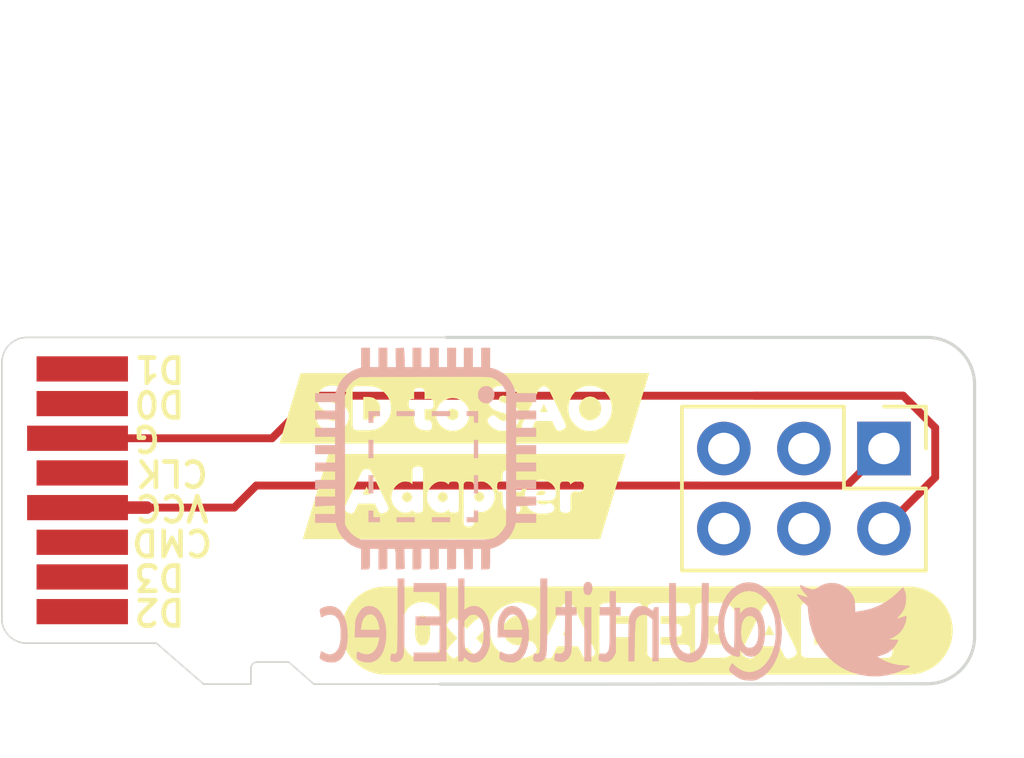
<source format=kicad_pcb>
(kicad_pcb (version 20210228) (generator pcbnew)
  (layers (0 "F.Cu" signal) (31 "B.Cu" signal) (34 "B.Paste" user) (35 "F.Paste" user) (36 "B.SilkS" user "B.Silkscreen") (37 "F.SilkS" user "F.Silkscreen") (38 "B.Mask" user) (39 "F.Mask" user) (44 "Edge.Cuts" user))
  (net 0 "")
  (net 1 "VCC")
  (net 2 "/CMD")
  (net 3 "/DAT3")
  (net 4 "/CLK")
  (net 5 "/DAT0")
  (net 6 "/DAT1")
  (net 7 "/DAT2")
  (net 12 "VSS")
  (footprint "Voltlog:microSD_card" (layer "F.Cu") (at 109.63 55.95 90)
    (fp_text reference "J1" hide)
    (fp_text value "Micro_SD_Card")
    (pad "1" smd rect (at -3.85 -6.2 90) (size 0.8 2.9) (layers "F.Cu" "F.Mask") (net 7 "/DAT2"))
    (pad "2" smd rect (at -2.75 -6.2 90) (size 0.8 2.9) (layers "F.Cu" "F.Mask") (net 3 "/DAT3"))
    (pad "3" smd rect (at -1.65 -6.2 90) (size 0.8 2.9) (layers "F.Cu" "F.Mask") (net 2 "/CMD"))
    (pad "4" smd rect (at -0.55 -6.35 90) (size 0.8 3.2) (layers "F.Cu" "F.Mask") (net 1 "VCC"))
    (pad "5" smd rect (at 0.55 -6.2 90) (size 0.8 2.9) (layers "F.Cu" "F.Mask") (net 4 "/CLK"))
    (pad "6" smd rect (at 1.65 -6.35 90) (size 0.8 3.2) (layers "F.Cu" "F.Mask") (net 12 "VSS"))
    (pad "7" smd rect (at 2.75 -6.2 90) (size 0.8 2.9) (layers "F.Cu" "F.Mask") (net 5 "/DAT0"))
    (pad "8" smd rect (at 3.85 -6.2 90) (size 0.8 2.9) (layers "F.Cu" "F.Mask") (net 6 "/DAT1"))
  )
  (footprint "svg2mod" (layer "F.Cu") (at 115.55 56.15)
    (fp_text reference "svg2mod" hide)
    (fp_text value "G***" hide)
  )
  (footprint "Connector_PinHeader_2.54mm:PinHeader_2x03_P2.54mm_Vertical" (layer "F.Cu") (at 128.86434 54.625 -90)
    (fp_text reference "J2" hide)
    (fp_text value "Conn_02x03_Odd_Even")
    (pad "1" thru_hole rect (at 0 0 270) (size 1.7 1.7) (drill 1) (layers *.Cu *.Mask) (net 1 "VCC"))
    (pad "2" thru_hole oval (at 2.54 0 270) (size 1.7 1.7) (drill 1) (layers *.Cu *.Mask) (net 12 "VSS"))
    (pad "3" thru_hole oval (at 0 2.54 270) (size 1.7 1.7) (drill 1) (layers *.Cu *.Mask))
    (pad "4" thru_hole oval (at 2.54 2.54 270) (size 1.7 1.7) (drill 1) (layers *.Cu *.Mask))
    (pad "5" thru_hole oval (at 0 5.08 270) (size 1.7 1.7) (drill 1) (layers *.Cu *.Mask))
    (pad "6" thru_hole oval (at 2.54 5.08 270) (size 1.7 1.7) (drill 1) (layers *.Cu *.Mask))
  )
  (footprint "svg2mod" (layer "F.Cu") (at 121.35 60.4)
    (fp_text reference "svg2mod" hide)
    (fp_text value "G***" hide)
  )
  (footprint "svg2mod" (layer "F.Cu") (at 115.55 53.35)
    (fp_text reference "svg2mod" hide)
    (fp_text value "G***" hide)
  )
  (footprint "cafebabe:TwitterSmaller" (layer "B.Cu") (at 120.4 60 180)
    (fp_text reference "Ref**" hide)
    (fp_text value "Val**" hide)
  )
  (footprint "cafebabe:JustChip" (layer "B.Cu") (at 113 55.9 180)
    (fp_text reference "Ref**" hide)
    (fp_text value "Val**" hide)
  )
  (gr_arc (start 101.661992 60.013269) (end 101.68 60.8) (angle 85.01938241) (layer "Edge.Cuts") (width 0.05))
  (gr_line (start 108.78 62.1) (end 107.28 62.1) (layer "Edge.Cuts") (width 0.05))
  (gr_line (start 119.71934 51.1) (end 114.98 51.1) (layer "Edge.Cuts") (width 0.1))
  (gr_line (start 119.71934 51.1) (end 130.23934 51.1) (layer "Edge.Cuts") (width 0.1))
  (gr_line (start 119.51934 62.1) (end 114.78 62.1) (layer "Edge.Cuts") (width 0.1))
  (gr_line (start 114.78 62.1) (end 110.78 62.1) (layer "Edge.Cuts") (width 0.05))
  (gr_arc (start 130.23934 60.58934) (end 130.23934 62.08934) (angle -90) (layer "Edge.Cuts") (width 0.1))
  (gr_line (start 108.78 62.1) (end 108.78 61.6) (layer "Edge.Cuts") (width 0.05))
  (gr_line (start 110.78 62.1) (end 109.98 61.4) (layer "Edge.Cuts") (width 0.05))
  (gr_arc (start 101.68 51.9) (end 100.88 51.9) (angle 90.95033288) (layer "Edge.Cuts") (width 0.05))
  (gr_line (start 107.28 62.1) (end 105.78 60.8) (layer "Edge.Cuts") (width 0.05))
  (gr_line (start 101.693269 51.10011) (end 114.98 51.1) (layer "Edge.Cuts") (width 0.05))
  (gr_line (start 109.98 61.4) (end 108.98 61.4) (layer "Edge.Cuts") (width 0.05))
  (gr_line (start 105.78 60.8) (end 101.68 60.8) (layer "Edge.Cuts") (width 0.05))
  (gr_line (start 131.73934 52.6) (end 131.73934 60.58934) (layer "Edge.Cuts") (width 0.1))
  (gr_arc (start 130.23934 52.6) (end 131.73934 52.6) (angle -90) (layer "Edge.Cuts") (width 0.1))
  (gr_line (start 100.88 51.9) (end 100.88 60.099489) (layer "Edge.Cuts") (width 0.05))
  (gr_arc (start 108.98 61.6) (end 108.78 61.6) (angle 90) (layer "Edge.Cuts") (width 0.05))
  (gr_line (start 130.23934 62.08934) (end 119.51934 62.1) (layer "Edge.Cuts") (width 0.1))
  (gr_text "D3" (at 105.880001 58.7 180) (layer "F.SilkS") (effects (font (size 0.8 0.8))))
  (gr_text "CMD" (at 106.28 57.6 180) (layer "F.SilkS") (effects (font (size 0.8 0.8))))
  (gr_text "VCC" (at 106.28 56.5 180) (layer "F.SilkS") (effects (font (size 0.8 0.8))))
  (gr_text "CLK" (at 106.280001 55.4 180) (layer "F.SilkS") (effects (font (size 0.8 0.8))))
  (gr_text "G" (at 105.48 54.3 180) (layer "F.SilkS") (effects (font (size 0.8 0.8))))
  (gr_text "D0" (at 105.880001 53.2 180) (layer "F.SilkS") (effects (font (size 0.8 0.8))))
  (gr_text "D1" (at 105.880001 52.1 180) (layer "F.SilkS") (effects (font (size 0.8 0.8))))
  (gr_text "D2" (at 105.880001 59.8 180) (layer "F.SilkS") (effects (font (size 0.8 0.8))))
  (segment (start 122.949989 55.800011) (end 122.600011 55.800011) (width 0.25) (layer "F.Cu") (net 1))
  (segment (start 128.86434 54.625) (end 127.689329 55.800011) (width 0.25) (layer "F.Cu") (net 1))
  (segment (start 127.689329 55.800011) (end 122.600011 55.800011) (width 0.25) (layer "F.Cu") (net 1))
  (segment (start 122.600011 55.800011) (end 108.949989 55.800011) (width 0.25) (layer "F.Cu") (net 1))
  (segment (start 108.25 56.5) (end 105.48 56.5) (width 0.25) (layer "F.Cu") (net 1))
  (segment (start 108.949989 55.800011) (end 108.25 56.5) (width 0.25) (layer "F.Cu") (net 1))
  (segment (start 103.28 56.5) (end 105.48 56.5) (width 0.4) (layer "F.Cu") (net 1))
  (segment (start 109.45 54.3) (end 110.8 52.95) (width 0.25) (layer "F.Cu") (net 12))
  (segment (start 103.28 54.3) (end 109.45 54.3) (width 0.25) (layer "F.Cu") (net 12))
  (segment (start 124.73502 52.95) (end 129.47436 52.95) (width 0.25) (layer "F.Cu") (net 12))
  (segment (start 110.8 52.95) (end 129.47436 52.95) (width 0.25) (layer "F.Cu") (net 12))
  (segment (start 129.47436 52.95) (end 130.48934 53.96498) (width 0.25) (layer "F.Cu") (net 12))
  (segment (start 130.48934 53.96498) (end 130.48934 55.54) (width 0.25) (layer "F.Cu") (net 12))
  (segment (start 130.48934 55.54) (end 128.86434 57.165) (width 0.25) (layer "F.Cu") (net 12))
)
</source>
